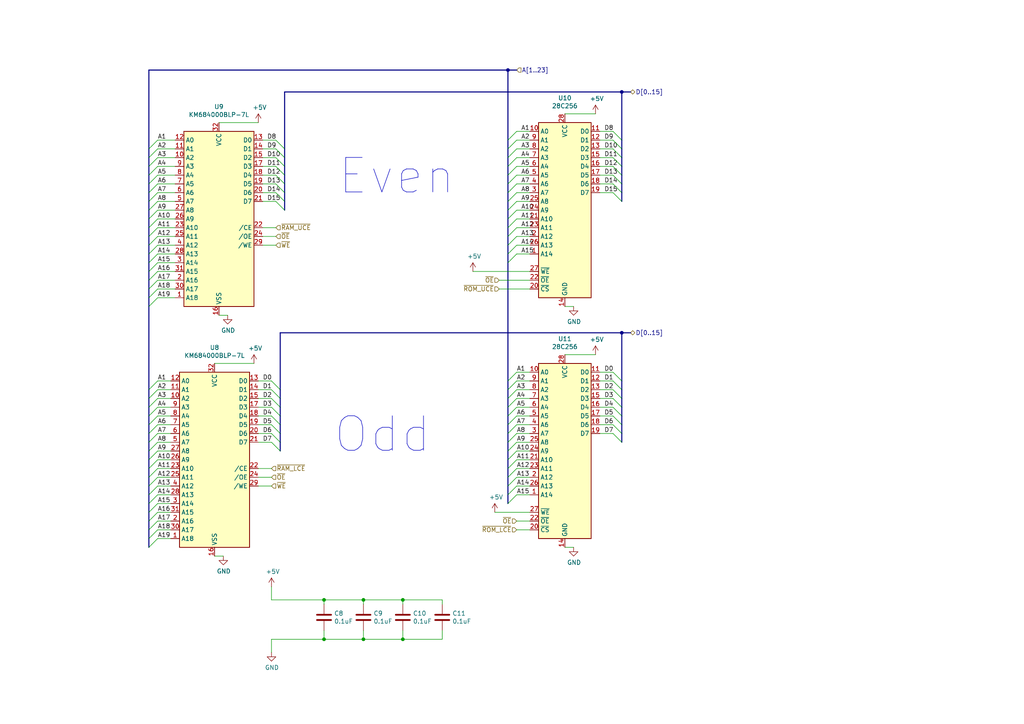
<source format=kicad_sch>
(kicad_sch (version 20211123) (generator eeschema)
  (paper "A4")
  (lib_symbols
    (symbol "Device:C" (pin_numbers hide) (pin_names (offset 0.254))
      (property "Reference" "C" (at 0.635 2.54 0))
      (property "Value" "C" (at 0.635 -2.54 0))
      (symbol "C_0_1"
        (polyline (pts (xy -2.032 -0.762) (xy 2.032 -0.762)) (stroke (width 0.508)))
        (polyline (pts (xy -2.032 0.762) (xy 2.032 0.762)) (stroke (width 0.508)))
      )
      (symbol "C_1_1"
        (pin passive line (at 0 3.81 270) (length 2.794) (name "~") (number "1"))
        (pin passive line (at 0 -3.81 90) (length 2.794) (name "~") (number "2"))
      )
    )
    (symbol "Memory_EEPROM:28C256"
      (property "Reference" "U" (at -7.62 26.67 0))
      (property "Value" "28C256" (at 2.54 -26.67 0))
      (symbol "28C256_1_1"
        (rectangle (start -7.62 25.4) (end 7.62 -25.4) (stroke (width 0.254)) (fill (type background)))
        (pin input line (at -10.16 -12.7 0) (length 2.54) (name "A14") (number "1"))
        (pin input line (at -10.16 22.86 0) (length 2.54) (name "A0") (number "10"))
        (pin tri_state line (at 10.16 22.86 180) (length 2.54) (name "D0") (number "11"))
        (pin tri_state line (at 10.16 20.32 180) (length 2.54) (name "D1") (number "12"))
        (pin tri_state line (at 10.16 17.78 180) (length 2.54) (name "D2") (number "13"))
        (pin power_in line (at 0 -27.94 90) (length 2.54) (name "GND") (number "14"))
        (pin tri_state line (at 10.16 15.24 180) (length 2.54) (name "D3") (number "15"))
        (pin tri_state line (at 10.16 12.7 180) (length 2.54) (name "D4") (number "16"))
        (pin tri_state line (at 10.16 10.16 180) (length 2.54) (name "D5") (number "17"))
        (pin tri_state line (at 10.16 7.62 180) (length 2.54) (name "D6") (number "18"))
        (pin tri_state line (at 10.16 5.08 180) (length 2.54) (name "D7") (number "19"))
        (pin input line (at -10.16 -7.62 0) (length 2.54) (name "A12") (number "2"))
        (pin input line (at -10.16 -22.86 0) (length 2.54) (name "~{CS}") (number "20"))
        (pin input line (at -10.16 -2.54 0) (length 2.54) (name "A10") (number "21"))
        (pin input line (at -10.16 -20.32 0) (length 2.54) (name "~{OE}") (number "22"))
        (pin input line (at -10.16 -5.08 0) (length 2.54) (name "A11") (number "23"))
        (pin input line (at -10.16 0 0) (length 2.54) (name "A9") (number "24"))
        (pin input line (at -10.16 2.54 0) (length 2.54) (name "A8") (number "25"))
        (pin input line (at -10.16 -10.16 0) (length 2.54) (name "A13") (number "26"))
        (pin input line (at -10.16 -17.78 0) (length 2.54) (name "~{WE}") (number "27"))
        (pin power_in line (at 0 27.94 270) (length 2.54) (name "VCC") (number "28"))
        (pin input line (at -10.16 5.08 0) (length 2.54) (name "A7") (number "3"))
        (pin input line (at -10.16 7.62 0) (length 2.54) (name "A6") (number "4"))
        (pin input line (at -10.16 10.16 0) (length 2.54) (name "A5") (number "5"))
        (pin input line (at -10.16 12.7 0) (length 2.54) (name "A4") (number "6"))
        (pin input line (at -10.16 15.24 0) (length 2.54) (name "A3") (number "7"))
        (pin input line (at -10.16 17.78 0) (length 2.54) (name "A2") (number "8"))
        (pin input line (at -10.16 20.32 0) (length 2.54) (name "A1") (number "9"))
      )
    )
    (symbol "custom:KM684000BLP-7L"
      (property "Reference" "U" (at -10.16 26.035 0))
      (property "Value" "KM684000BLP-7L" (at 2.54 26.035 0))
      (symbol "KM684000BLP-7L_0_0"
        (pin power_in line (at 0 -27.94 90) (length 2.54) (name "VSS") (number "16"))
        (pin power_in line (at 0 27.94 270) (length 2.54) (name "VCC") (number "32"))
      )
      (symbol "KM684000BLP-7L_0_1"
        (rectangle (start -10.16 25.4) (end 10.16 -25.4) (stroke (width 0.254)) (fill (type background)))
      )
      (symbol "KM684000BLP-7L_1_1"
        (pin input line (at -12.7 -22.86 0) (length 2.54) (name "A18") (number "1"))
        (pin input line (at -12.7 17.78 0) (length 2.54) (name "A2") (number "10"))
        (pin input line (at -12.7 20.32 0) (length 2.54) (name "A1") (number "11"))
        (pin input line (at -12.7 22.86 0) (length 2.54) (name "A0") (number "12"))
        (pin tri_state line (at 12.7 22.86 180) (length 2.54) (name "D0") (number "13"))
        (pin tri_state line (at 12.7 20.32 180) (length 2.54) (name "D1") (number "14"))
        (pin tri_state line (at 12.7 17.78 180) (length 2.54) (name "D2") (number "15"))
        (pin tri_state line (at 12.7 15.24 180) (length 2.54) (name "D3") (number "17"))
        (pin tri_state line (at 12.7 12.7 180) (length 2.54) (name "D4") (number "18"))
        (pin tri_state line (at 12.7 10.16 180) (length 2.54) (name "D5") (number "19"))
        (pin input line (at -12.7 -17.78 0) (length 2.54) (name "A16") (number "2"))
        (pin tri_state line (at 12.7 7.62 180) (length 2.54) (name "D6") (number "20"))
        (pin tri_state line (at 12.7 5.08 180) (length 2.54) (name "D7") (number "21"))
        (pin input line (at 12.7 -2.54 180) (length 2.54) (name "/CE") (number "22"))
        (pin input line (at -12.7 -2.54 0) (length 2.54) (name "A10") (number "23"))
        (pin input line (at 12.7 -5.08 180) (length 2.54) (name "/OE") (number "24"))
        (pin input line (at -12.7 -5.08 0) (length 2.54) (name "A11") (number "25"))
        (pin input line (at -12.7 0 0) (length 2.54) (name "A9") (number "26"))
        (pin input line (at -12.7 2.54 0) (length 2.54) (name "A8") (number "27"))
        (pin input line (at -12.7 -10.16 0) (length 2.54) (name "A13") (number "28"))
        (pin input line (at 12.7 -7.62 180) (length 2.54) (name "/WE") (number "29"))
        (pin input line (at -12.7 -12.7 0) (length 2.54) (name "A14") (number "3"))
        (pin input line (at -12.7 -20.32 0) (length 2.54) (name "A17") (number "30"))
        (pin input line (at -12.7 -15.24 0) (length 2.54) (name "A15") (number "31"))
        (pin input line (at -12.7 -7.62 0) (length 2.54) (name "A12") (number "4"))
        (pin input line (at -12.7 5.08 0) (length 2.54) (name "A7") (number "5"))
        (pin input line (at -12.7 7.62 0) (length 2.54) (name "A6") (number "6"))
        (pin input line (at -12.7 10.16 0) (length 2.54) (name "A5") (number "7"))
        (pin input line (at -12.7 12.7 0) (length 2.54) (name "A4") (number "8"))
        (pin input line (at -12.7 15.24 0) (length 2.54) (name "A3") (number "9"))
      )
    )
    (symbol "power:+5V" (power) (pin_names (offset 0))
      (property "Value" "+5V" (at 0 3.556 0))
      (symbol "+5V_0_1"
        (polyline (pts (xy -0.762 1.27) (xy 0 2.54)))
        (polyline (pts (xy 0 0) (xy 0 2.54)))
        (polyline (pts (xy 0 2.54) (xy 0.762 1.27)))
      )
      (symbol "+5V_1_1"
        (pin power_in line (at 0 0 90) (length 0) hide (name "+5V") (number "1"))
      )
    )
    (symbol "power:GND" (power) (pin_names (offset 0))
      (property "Value" "GND" (at 0 -3.81 0))
      (symbol "GND_0_1"
        (polyline (pts (xy 0 0) (xy 0 -1.27) (xy 1.27 -1.27) (xy 0 -2.54) (xy -1.27 -1.27) (xy 0 -1.27)))
      )
      (symbol "GND_1_1"
        (pin power_in line (at 0 0 270) (length 0) hide (name "GND") (number "1"))
      )
    )
  )
  (junction (at 180.34 96.52))
  (junction (at 180.34 26.67))
  (junction (at 116.84 185.42))
  (junction (at 93.98 185.42))
  (junction (at 105.41 185.42))
  (junction (at 116.84 173.99))
  (junction (at 147.32 20.32))
  (junction (at 105.41 173.99))
  (junction (at 93.98 173.99))
  (bus_entry (at 45.72 128.27) (size -2.54 2.54))
  (bus_entry (at 149.86 133.35) (size -2.54 2.54))
  (bus_entry (at 149.86 48.26) (size -2.54 2.54))
  (bus_entry (at 177.8 110.49) (size 2.54 2.54))
  (bus_entry (at 78.74 123.19) (size 2.54 2.54))
  (bus_entry (at 78.74 110.49) (size 2.54 2.54))
  (bus_entry (at 45.72 60.96) (size -2.54 2.54))
  (bus_entry (at 177.8 118.11) (size 2.54 2.54))
  (bus_entry (at 78.74 115.57) (size 2.54 2.54))
  (bus_entry (at 45.72 123.19) (size -2.54 2.54))
  (bus_entry (at 177.8 115.57) (size 2.54 2.54))
  (bus_entry (at 45.72 40.64) (size -2.54 2.54))
  (bus_entry (at 45.72 45.72) (size -2.54 2.54))
  (bus_entry (at 80.01 53.34) (size 2.54 2.54))
  (bus_entry (at 45.72 48.26) (size -2.54 2.54))
  (bus_entry (at 177.8 50.8) (size 2.54 2.54))
  (bus_entry (at 149.86 130.81) (size -2.54 2.54))
  (bus_entry (at 149.86 113.03) (size -2.54 2.54))
  (bus_entry (at 149.86 45.72) (size -2.54 2.54))
  (bus_entry (at 45.72 135.89) (size -2.54 2.54))
  (bus_entry (at 149.86 71.12) (size -2.54 2.54))
  (bus_entry (at 177.8 43.18) (size 2.54 2.54))
  (bus_entry (at 149.86 73.66) (size -2.54 2.54))
  (bus_entry (at 149.86 118.11) (size -2.54 2.54))
  (bus_entry (at 45.72 153.67) (size -2.54 2.54))
  (bus_entry (at 149.86 55.88) (size -2.54 2.54))
  (bus_entry (at 149.86 128.27) (size -2.54 2.54))
  (bus_entry (at 149.86 38.1) (size -2.54 2.54))
  (bus_entry (at 149.86 135.89) (size -2.54 2.54))
  (bus_entry (at 45.72 73.66) (size -2.54 2.54))
  (bus_entry (at 80.01 58.42) (size 2.54 2.54))
  (bus_entry (at 80.01 50.8) (size 2.54 2.54))
  (bus_entry (at 45.72 115.57) (size -2.54 2.54))
  (bus_entry (at 78.74 120.65) (size 2.54 2.54))
  (bus_entry (at 80.01 43.18) (size 2.54 2.54))
  (bus_entry (at 177.8 38.1) (size 2.54 2.54))
  (bus_entry (at 45.72 125.73) (size -2.54 2.54))
  (bus_entry (at 45.72 120.65) (size -2.54 2.54))
  (bus_entry (at 149.86 140.97) (size -2.54 2.54))
  (bus_entry (at 149.86 63.5) (size -2.54 2.54))
  (bus_entry (at 177.8 40.64) (size 2.54 2.54))
  (bus_entry (at 45.72 55.88) (size -2.54 2.54))
  (bus_entry (at 45.72 68.58) (size -2.54 2.54))
  (bus_entry (at 149.86 58.42) (size -2.54 2.54))
  (bus_entry (at 45.72 130.81) (size -2.54 2.54))
  (bus_entry (at 177.8 113.03) (size 2.54 2.54))
  (bus_entry (at 80.01 40.64) (size 2.54 2.54))
  (bus_entry (at 149.86 43.18) (size -2.54 2.54))
  (bus_entry (at 45.72 53.34) (size -2.54 2.54))
  (bus_entry (at 149.86 143.51) (size -2.54 2.54))
  (bus_entry (at 149.86 123.19) (size -2.54 2.54))
  (bus_entry (at 80.01 55.88) (size 2.54 2.54))
  (bus_entry (at 177.8 125.73) (size 2.54 2.54))
  (bus_entry (at 45.72 133.35) (size -2.54 2.54))
  (bus_entry (at 149.86 53.34) (size -2.54 2.54))
  (bus_entry (at 149.86 50.8) (size -2.54 2.54))
  (bus_entry (at 177.8 45.72) (size 2.54 2.54))
  (bus_entry (at 149.86 110.49) (size -2.54 2.54))
  (bus_entry (at 45.72 146.05) (size -2.54 2.54))
  (bus_entry (at 45.72 78.74) (size -2.54 2.54))
  (bus_entry (at 78.74 118.11) (size 2.54 2.54))
  (bus_entry (at 45.72 138.43) (size -2.54 2.54))
  (bus_entry (at 45.72 66.04) (size -2.54 2.54))
  (bus_entry (at 149.86 125.73) (size -2.54 2.54))
  (bus_entry (at 149.86 68.58) (size -2.54 2.54))
  (bus_entry (at 45.72 110.49) (size -2.54 2.54))
  (bus_entry (at 78.74 113.03) (size 2.54 2.54))
  (bus_entry (at 149.86 138.43) (size -2.54 2.54))
  (bus_entry (at 45.72 76.2) (size -2.54 2.54))
  (bus_entry (at 45.72 151.13) (size -2.54 2.54))
  (bus_entry (at 45.72 118.11) (size -2.54 2.54))
  (bus_entry (at 177.8 55.88) (size 2.54 2.54))
  (bus_entry (at 78.74 128.27) (size 2.54 2.54))
  (bus_entry (at 45.72 83.82) (size -2.54 2.54))
  (bus_entry (at 149.86 60.96) (size -2.54 2.54))
  (bus_entry (at 45.72 71.12) (size -2.54 2.54))
  (bus_entry (at 45.72 148.59) (size -2.54 2.54))
  (bus_entry (at 45.72 143.51) (size -2.54 2.54))
  (bus_entry (at 177.8 48.26) (size 2.54 2.54))
  (bus_entry (at 45.72 58.42) (size -2.54 2.54))
  (bus_entry (at 45.72 140.97) (size -2.54 2.54))
  (bus_entry (at 177.8 123.19) (size 2.54 2.54))
  (bus_entry (at 80.01 45.72) (size 2.54 2.54))
  (bus_entry (at 149.86 115.57) (size -2.54 2.54))
  (bus_entry (at 177.8 120.65) (size 2.54 2.54))
  (bus_entry (at 45.72 63.5) (size -2.54 2.54))
  (bus_entry (at 149.86 66.04) (size -2.54 2.54))
  (bus_entry (at 45.72 43.18) (size -2.54 2.54))
  (bus_entry (at 149.86 120.65) (size -2.54 2.54))
  (bus_entry (at 45.72 86.36) (size -2.54 2.54))
  (bus_entry (at 149.86 107.95) (size -2.54 2.54))
  (bus_entry (at 177.8 107.95) (size 2.54 2.54))
  (bus_entry (at 78.74 125.73) (size 2.54 2.54))
  (bus_entry (at 177.8 53.34) (size 2.54 2.54))
  (bus_entry (at 45.72 156.21) (size -2.54 2.54))
  (bus_entry (at 45.72 81.28) (size -2.54 2.54))
  (bus_entry (at 149.86 40.64) (size -2.54 2.54))
  (bus_entry (at 80.01 48.26) (size 2.54 2.54))
  (bus_entry (at 45.72 50.8) (size -2.54 2.54))
  (bus_entry (at 45.72 113.03) (size -2.54 2.54))
  (wire (pts (xy 116.84 182.88) (xy 116.84 185.42)))
  (wire (pts (xy 93.98 185.42) (xy 105.41 185.42)))
  (wire (pts (xy 49.53 113.03) (xy 45.72 113.03)))
  (bus (pts (xy 43.18 148.59) (xy 43.18 151.13)))
  (bus (pts (xy 82.55 45.72) (xy 82.55 48.26)))
  (wire (pts (xy 173.99 53.34) (xy 177.8 53.34)))
  (bus (pts (xy 147.32 113.03) (xy 147.32 115.57)))
  (wire (pts (xy 76.2 48.26) (xy 80.01 48.26)))
  (wire (pts (xy 63.5 91.44) (xy 66.04 91.44)))
  (bus (pts (xy 147.32 58.42) (xy 147.32 60.96)))
  (wire (pts (xy 173.99 55.88) (xy 177.8 55.88)))
  (bus (pts (xy 180.34 40.64) (xy 180.34 43.18)))
  (wire (pts (xy 76.2 53.34) (xy 80.01 53.34)))
  (bus (pts (xy 43.18 138.43) (xy 43.18 140.97)))
  (wire (pts (xy 49.53 140.97) (xy 45.72 140.97)))
  (wire (pts (xy 173.99 118.11) (xy 177.8 118.11)))
  (wire (pts (xy 49.53 138.43) (xy 45.72 138.43)))
  (bus (pts (xy 147.32 55.88) (xy 147.32 58.42)))
  (wire (pts (xy 128.27 175.26) (xy 128.27 173.99)))
  (wire (pts (xy 153.67 113.03) (xy 149.86 113.03)))
  (bus (pts (xy 147.32 120.65) (xy 147.32 123.19)))
  (wire (pts (xy 153.67 38.1) (xy 149.86 38.1)))
  (wire (pts (xy 153.67 128.27) (xy 149.86 128.27)))
  (wire (pts (xy 76.2 58.42) (xy 80.01 58.42)))
  (wire (pts (xy 153.67 138.43) (xy 149.86 138.43)))
  (wire (pts (xy 45.72 45.72) (xy 50.8 45.72)))
  (wire (pts (xy 78.74 185.42) (xy 93.98 185.42)))
  (wire (pts (xy 74.93 110.49) (xy 78.74 110.49)))
  (bus (pts (xy 81.28 96.52) (xy 81.28 113.03)))
  (wire (pts (xy 45.72 66.04) (xy 50.8 66.04)))
  (bus (pts (xy 43.18 50.8) (xy 43.18 53.34)))
  (bus (pts (xy 180.34 125.73) (xy 180.34 128.27)))
  (wire (pts (xy 153.67 118.11) (xy 149.86 118.11)))
  (bus (pts (xy 147.32 53.34) (xy 147.32 55.88)))
  (bus (pts (xy 147.32 60.96) (xy 147.32 63.5)))
  (bus (pts (xy 43.18 71.12) (xy 43.18 73.66)))
  (wire (pts (xy 153.67 107.95) (xy 149.86 107.95)))
  (wire (pts (xy 45.72 48.26) (xy 50.8 48.26)))
  (wire (pts (xy 173.99 107.95) (xy 177.8 107.95)))
  (wire (pts (xy 74.93 118.11) (xy 78.74 118.11)))
  (bus (pts (xy 43.18 53.34) (xy 43.18 55.88)))
  (wire (pts (xy 49.53 120.65) (xy 45.72 120.65)))
  (wire (pts (xy 45.72 60.96) (xy 50.8 60.96)))
  (bus (pts (xy 180.34 123.19) (xy 180.34 125.73)))
  (bus (pts (xy 147.32 45.72) (xy 147.32 48.26)))
  (bus (pts (xy 147.32 110.49) (xy 147.32 113.03)))
  (wire (pts (xy 153.67 48.26) (xy 149.86 48.26)))
  (wire (pts (xy 116.84 173.99) (xy 128.27 173.99)))
  (wire (pts (xy 62.23 161.29) (xy 64.77 161.29)))
  (wire (pts (xy 153.67 71.12) (xy 149.86 71.12)))
  (bus (pts (xy 43.18 58.42) (xy 43.18 60.96)))
  (wire (pts (xy 45.72 83.82) (xy 50.8 83.82)))
  (wire (pts (xy 153.67 55.88) (xy 149.86 55.88)))
  (wire (pts (xy 153.67 151.13) (xy 149.86 151.13)))
  (wire (pts (xy 153.67 130.81) (xy 149.86 130.81)))
  (wire (pts (xy 76.2 68.58) (xy 80.01 68.58)))
  (bus (pts (xy 180.34 26.67) (xy 82.55 26.67)))
  (bus (pts (xy 43.18 123.19) (xy 43.18 125.73)))
  (wire (pts (xy 45.72 68.58) (xy 50.8 68.58)))
  (wire (pts (xy 163.83 88.9) (xy 166.37 88.9)))
  (wire (pts (xy 49.53 125.73) (xy 45.72 125.73)))
  (wire (pts (xy 173.99 115.57) (xy 177.8 115.57)))
  (bus (pts (xy 147.32 40.64) (xy 147.32 43.18)))
  (wire (pts (xy 153.67 110.49) (xy 149.86 110.49)))
  (bus (pts (xy 180.34 96.52) (xy 182.88 96.52)))
  (bus (pts (xy 43.18 133.35) (xy 43.18 135.89)))
  (bus (pts (xy 147.32 138.43) (xy 147.32 140.97)))
  (wire (pts (xy 173.99 113.03) (xy 177.8 113.03)))
  (bus (pts (xy 43.18 60.96) (xy 43.18 63.5)))
  (bus (pts (xy 43.18 45.72) (xy 43.18 48.26)))
  (wire (pts (xy 45.72 78.74) (xy 50.8 78.74)))
  (wire (pts (xy 172.72 102.87) (xy 163.83 102.87)))
  (wire (pts (xy 45.72 73.66) (xy 50.8 73.66)))
  (bus (pts (xy 180.34 96.52) (xy 81.28 96.52)))
  (bus (pts (xy 147.32 128.27) (xy 147.32 130.81)))
  (bus (pts (xy 180.34 26.67) (xy 180.34 40.64)))
  (bus (pts (xy 147.32 68.58) (xy 147.32 71.12)))
  (wire (pts (xy 78.74 170.18) (xy 78.74 173.99)))
  (bus (pts (xy 43.18 120.65) (xy 43.18 123.19)))
  (wire (pts (xy 74.93 138.43) (xy 78.74 138.43)))
  (wire (pts (xy 143.51 148.59) (xy 153.67 148.59)))
  (wire (pts (xy 153.67 40.64) (xy 149.86 40.64)))
  (wire (pts (xy 78.74 185.42) (xy 78.74 189.23)))
  (wire (pts (xy 74.93 125.73) (xy 78.74 125.73)))
  (wire (pts (xy 153.67 153.67) (xy 149.86 153.67)))
  (wire (pts (xy 105.41 185.42) (xy 116.84 185.42)))
  (bus (pts (xy 81.28 120.65) (xy 81.28 123.19)))
  (wire (pts (xy 76.2 50.8) (xy 80.01 50.8)))
  (wire (pts (xy 76.2 66.04) (xy 80.01 66.04)))
  (wire (pts (xy 45.72 53.34) (xy 50.8 53.34)))
  (wire (pts (xy 45.72 76.2) (xy 50.8 76.2)))
  (wire (pts (xy 173.99 48.26) (xy 177.8 48.26)))
  (bus (pts (xy 82.55 53.34) (xy 82.55 55.88)))
  (bus (pts (xy 147.32 20.32) (xy 147.32 40.64)))
  (wire (pts (xy 49.53 110.49) (xy 45.72 110.49)))
  (wire (pts (xy 49.53 146.05) (xy 45.72 146.05)))
  (bus (pts (xy 147.32 143.51) (xy 147.32 146.05)))
  (wire (pts (xy 153.67 63.5) (xy 149.86 63.5)))
  (bus (pts (xy 147.32 43.18) (xy 147.32 45.72)))
  (wire (pts (xy 76.2 40.64) (xy 80.01 40.64)))
  (wire (pts (xy 173.99 50.8) (xy 177.8 50.8)))
  (bus (pts (xy 147.32 63.5) (xy 147.32 66.04)))
  (wire (pts (xy 153.67 140.97) (xy 149.86 140.97)))
  (wire (pts (xy 45.72 43.18) (xy 50.8 43.18)))
  (bus (pts (xy 43.18 88.9) (xy 43.18 113.03)))
  (wire (pts (xy 128.27 182.88) (xy 128.27 185.42)))
  (bus (pts (xy 147.32 115.57) (xy 147.32 118.11)))
  (wire (pts (xy 153.67 58.42) (xy 149.86 58.42)))
  (bus (pts (xy 147.32 125.73) (xy 147.32 128.27)))
  (bus (pts (xy 180.34 45.72) (xy 180.34 48.26)))
  (bus (pts (xy 180.34 43.18) (xy 180.34 45.72)))
  (bus (pts (xy 43.18 78.74) (xy 43.18 81.28)))
  (bus (pts (xy 147.32 20.32) (xy 149.86 20.32)))
  (bus (pts (xy 43.18 81.28) (xy 43.18 83.82)))
  (bus (pts (xy 43.18 55.88) (xy 43.18 58.42)))
  (wire (pts (xy 45.72 58.42) (xy 50.8 58.42)))
  (wire (pts (xy 105.41 175.26) (xy 105.41 173.99)))
  (wire (pts (xy 45.72 40.64) (xy 50.8 40.64)))
  (bus (pts (xy 147.32 135.89) (xy 147.32 138.43)))
  (bus (pts (xy 43.18 20.32) (xy 43.18 43.18)))
  (bus (pts (xy 81.28 118.11) (xy 81.28 120.65)))
  (wire (pts (xy 49.53 115.57) (xy 45.72 115.57)))
  (wire (pts (xy 74.93 113.03) (xy 78.74 113.03)))
  (wire (pts (xy 153.67 120.65) (xy 149.86 120.65)))
  (wire (pts (xy 173.99 40.64) (xy 177.8 40.64)))
  (wire (pts (xy 76.2 45.72) (xy 80.01 45.72)))
  (wire (pts (xy 173.99 120.65) (xy 177.8 120.65)))
  (wire (pts (xy 144.78 81.28) (xy 153.67 81.28)))
  (bus (pts (xy 43.18 140.97) (xy 43.18 143.51)))
  (bus (pts (xy 43.18 146.05) (xy 43.18 148.59)))
  (bus (pts (xy 147.32 20.32) (xy 43.18 20.32)))
  (wire (pts (xy 45.72 50.8) (xy 50.8 50.8)))
  (wire (pts (xy 76.2 71.12) (xy 80.01 71.12)))
  (wire (pts (xy 116.84 185.42) (xy 128.27 185.42)))
  (wire (pts (xy 76.2 43.18) (xy 80.01 43.18)))
  (wire (pts (xy 137.16 78.74) (xy 153.67 78.74)))
  (bus (pts (xy 81.28 125.73) (xy 81.28 128.27)))
  (wire (pts (xy 74.93 135.89) (xy 78.74 135.89)))
  (wire (pts (xy 74.93 123.19) (xy 78.74 123.19)))
  (bus (pts (xy 43.18 83.82) (xy 43.18 86.36)))
  (bus (pts (xy 82.55 55.88) (xy 82.55 58.42)))
  (bus (pts (xy 43.18 118.11) (xy 43.18 120.65)))
  (wire (pts (xy 153.67 123.19) (xy 149.86 123.19)))
  (bus (pts (xy 180.34 48.26) (xy 180.34 50.8)))
  (wire (pts (xy 105.41 182.88) (xy 105.41 185.42)))
  (bus (pts (xy 43.18 76.2) (xy 43.18 78.74)))
  (wire (pts (xy 49.53 148.59) (xy 45.72 148.59)))
  (wire (pts (xy 153.67 43.18) (xy 149.86 43.18)))
  (bus (pts (xy 82.55 48.26) (xy 82.55 50.8)))
  (wire (pts (xy 45.72 55.88) (xy 50.8 55.88)))
  (wire (pts (xy 173.99 123.19) (xy 177.8 123.19)))
  (bus (pts (xy 81.28 123.19) (xy 81.28 125.73)))
  (bus (pts (xy 147.32 130.81) (xy 147.32 133.35)))
  (wire (pts (xy 153.67 125.73) (xy 149.86 125.73)))
  (wire (pts (xy 49.53 130.81) (xy 45.72 130.81)))
  (wire (pts (xy 74.93 35.56) (xy 63.5 35.56)))
  (wire (pts (xy 144.78 83.82) (xy 153.67 83.82)))
  (wire (pts (xy 74.93 115.57) (xy 78.74 115.57)))
  (bus (pts (xy 81.28 128.27) (xy 81.28 130.81)))
  (wire (pts (xy 163.83 158.75) (xy 166.37 158.75)))
  (wire (pts (xy 49.53 123.19) (xy 45.72 123.19)))
  (bus (pts (xy 147.32 133.35) (xy 147.32 135.89)))
  (bus (pts (xy 82.55 43.18) (xy 82.55 45.72)))
  (bus (pts (xy 180.34 96.52) (xy 180.34 110.49)))
  (wire (pts (xy 73.66 105.41) (xy 62.23 105.41)))
  (wire (pts (xy 116.84 175.26) (xy 116.84 173.99)))
  (bus (pts (xy 82.55 50.8) (xy 82.55 53.34)))
  (wire (pts (xy 153.67 60.96) (xy 149.86 60.96)))
  (bus (pts (xy 82.55 58.42) (xy 82.55 60.96)))
  (bus (pts (xy 43.18 128.27) (xy 43.18 130.81)))
  (bus (pts (xy 43.18 113.03) (xy 43.18 115.57)))
  (wire (pts (xy 153.67 135.89) (xy 149.86 135.89)))
  (wire (pts (xy 105.41 173.99) (xy 116.84 173.99)))
  (bus (pts (xy 180.34 53.34) (xy 180.34 55.88)))
  (wire (pts (xy 153.67 115.57) (xy 149.86 115.57)))
  (bus (pts (xy 43.18 43.18) (xy 43.18 45.72)))
  (bus (pts (xy 43.18 73.66) (xy 43.18 76.2)))
  (wire (pts (xy 45.72 86.36) (xy 50.8 86.36)))
  (wire (pts (xy 93.98 182.88) (xy 93.98 185.42)))
  (bus (pts (xy 43.18 115.57) (xy 43.18 118.11)))
  (wire (pts (xy 49.53 118.11) (xy 45.72 118.11)))
  (bus (pts (xy 82.55 26.67) (xy 82.55 43.18)))
  (bus (pts (xy 180.34 110.49) (xy 180.34 113.03)))
  (wire (pts (xy 74.93 120.65) (xy 78.74 120.65)))
  (wire (pts (xy 173.99 43.18) (xy 177.8 43.18)))
  (bus (pts (xy 147.32 118.11) (xy 147.32 120.65)))
  (wire (pts (xy 49.53 128.27) (xy 45.72 128.27)))
  (bus (pts (xy 43.18 156.21) (xy 43.18 158.75)))
  (bus (pts (xy 43.18 125.73) (xy 43.18 128.27)))
  (bus (pts (xy 43.18 68.58) (xy 43.18 71.12)))
  (wire (pts (xy 74.93 128.27) (xy 78.74 128.27)))
  (wire (pts (xy 49.53 133.35) (xy 45.72 133.35)))
  (wire (pts (xy 49.53 143.51) (xy 45.72 143.51)))
  (wire (pts (xy 45.72 63.5) (xy 50.8 63.5)))
  (bus (pts (xy 43.18 63.5) (xy 43.18 66.04)))
  (bus (pts (xy 81.28 115.57) (xy 81.28 118.11)))
  (bus (pts (xy 147.32 48.26) (xy 147.32 50.8)))
  (wire (pts (xy 153.67 50.8) (xy 149.86 50.8)))
  (wire (pts (xy 49.53 135.89) (xy 45.72 135.89)))
  (bus (pts (xy 43.18 86.36) (xy 43.18 88.9)))
  (bus (pts (xy 180.34 120.65) (xy 180.34 123.19)))
  (bus (pts (xy 43.18 153.67) (xy 43.18 156.21)))
  (wire (pts (xy 153.67 53.34) (xy 149.86 53.34)))
  (bus (pts (xy 147.32 73.66) (xy 147.32 76.2)))
  (wire (pts (xy 173.99 38.1) (xy 177.8 38.1)))
  (wire (pts (xy 153.67 143.51) (xy 149.86 143.51)))
  (wire (pts (xy 49.53 151.13) (xy 45.72 151.13)))
  (bus (pts (xy 43.18 151.13) (xy 43.18 153.67)))
  (bus (pts (xy 43.18 66.04) (xy 43.18 68.58)))
  (wire (pts (xy 93.98 173.99) (xy 105.41 173.99)))
  (wire (pts (xy 153.67 68.58) (xy 149.86 68.58)))
  (wire (pts (xy 74.93 140.97) (xy 78.74 140.97)))
  (bus (pts (xy 180.34 113.03) (xy 180.34 115.57)))
  (wire (pts (xy 78.74 173.99) (xy 93.98 173.99)))
  (bus (pts (xy 180.34 26.67) (xy 182.88 26.67)))
  (bus (pts (xy 81.28 113.03) (xy 81.28 115.57)))
  (wire (pts (xy 49.53 153.67) (xy 45.72 153.67)))
  (bus (pts (xy 180.34 115.57) (xy 180.34 118.11)))
  (wire (pts (xy 153.67 45.72) (xy 149.86 45.72)))
  (bus (pts (xy 43.18 48.26) (xy 43.18 50.8)))
  (wire (pts (xy 173.99 125.73) (xy 177.8 125.73)))
  (wire (pts (xy 45.72 81.28) (xy 50.8 81.28)))
  (wire (pts (xy 153.67 73.66) (xy 149.86 73.66)))
  (wire (pts (xy 172.72 33.02) (xy 163.83 33.02)))
  (bus (pts (xy 147.32 140.97) (xy 147.32 143.51)))
  (bus (pts (xy 180.34 118.11) (xy 180.34 120.65)))
  (bus (pts (xy 147.32 76.2) (xy 147.32 110.49)))
  (wire (pts (xy 45.72 71.12) (xy 50.8 71.12)))
  (bus (pts (xy 180.34 55.88) (xy 180.34 58.42)))
  (bus (pts (xy 180.34 50.8) (xy 180.34 53.34)))
  (bus (pts (xy 147.32 71.12) (xy 147.32 73.66)))
  (wire (pts (xy 173.99 45.72) (xy 177.8 45.72)))
  (wire (pts (xy 76.2 55.88) (xy 80.01 55.88)))
  (wire (pts (xy 153.67 66.04) (xy 149.86 66.04)))
  (bus (pts (xy 43.18 135.89) (xy 43.18 138.43)))
  (wire (pts (xy 153.67 133.35) (xy 149.86 133.35)))
  (wire (pts (xy 93.98 175.26) (xy 93.98 173.99)))
  (bus (pts (xy 43.18 143.51) (xy 43.18 146.05)))
  (bus (pts (xy 147.32 50.8) (xy 147.32 53.34)))
  (wire (pts (xy 173.99 110.49) (xy 177.8 110.49)))
  (bus (pts (xy 147.32 123.19) (xy 147.32 125.73)))
  (bus (pts (xy 43.18 130.81) (xy 43.18 133.35)))
  (bus (pts (xy 147.32 66.04) (xy 147.32 68.58)))
  (wire (pts (xy 49.53 156.21) (xy 45.72 156.21)))
  (text "Even" (at 97.79 57.15 0) (effects (font (size 10.0076 10.0076)) (justify left bottom)))
  (text "Odd" (at 96.52 132.08 0) (effects (font (size 10.0076 10.0076)) (justify left bottom)))
  (label "A14" (at 45.72 73.66 0))
  (label "D6" (at 76.2 125.73 0))
  (label "A3" (at 45.72 115.57 0))
  (label "D11" (at 175.26 45.72 0))
  (label "A8" (at 151.13 55.88 0))
  (label "A13" (at 45.72 71.12 0))
  (label "D3" (at 76.2 118.11 0))
  (label "A11" (at 45.72 135.89 0))
  (label "D14" (at 175.26 53.34 0))
  (label "A14" (at 45.72 143.51 0))
  (label "D1" (at 175.26 110.49 0))
  (label "A18" (at 45.72 153.67 0))
  (label "D1" (at 76.2 113.03 0))
  (label "A6" (at 45.72 53.34 0))
  (label "A2" (at 45.72 113.03 0))
  (label "A2" (at 45.72 43.18 0))
  (label "A7" (at 149.86 123.19 0))
  (label "A12" (at 45.72 68.58 0))
  (label "D0" (at 76.2 110.49 0))
  (label "D10" (at 175.26 43.18 0))
  (label "A10" (at 45.72 133.35 0))
  (label "A9" (at 45.72 60.96 0))
  (label "A1" (at 45.72 110.49 0))
  (label "A14" (at 149.86 140.97 0))
  (label "A11" (at 45.72 66.04 0))
  (label "A4" (at 149.86 115.57 0))
  (label "A1" (at 151.13 38.1 0))
  (label "A11" (at 149.86 133.35 0))
  (label "A15" (at 151.13 73.66 0))
  (label "A13" (at 45.72 140.97 0))
  (label "D7" (at 175.26 125.73 0))
  (label "A17" (at 45.72 151.13 0))
  (label "D3" (at 175.26 115.57 0))
  (label "D13" (at 77.47 53.34 0))
  (label "A12" (at 151.13 66.04 0))
  (label "A19" (at 45.72 86.36 0))
  (label "A12" (at 45.72 138.43 0))
  (label "A8" (at 45.72 128.27 0))
  (label "A9" (at 151.13 58.42 0))
  (label "A13" (at 151.13 68.58 0))
  (label "A6" (at 151.13 50.8 0))
  (label "A10" (at 151.13 60.96 0))
  (label "A7" (at 45.72 125.73 0))
  (label "A12" (at 149.86 135.89 0))
  (label "A14" (at 151.13 71.12 0))
  (label "A16" (at 45.72 78.74 0))
  (label "A4" (at 45.72 118.11 0))
  (label "A8" (at 45.72 58.42 0))
  (label "A19" (at 45.72 156.21 0))
  (label "A15" (at 45.72 146.05 0))
  (label "A5" (at 151.13 48.26 0))
  (label "D8" (at 175.26 38.1 0))
  (label "A7" (at 45.72 55.88 0))
  (label "D2" (at 175.26 113.03 0))
  (label "A6" (at 45.72 123.19 0))
  (label "A18" (at 45.72 83.82 0))
  (label "A15" (at 149.86 143.51 0))
  (label "D15" (at 175.26 55.88 0))
  (label "D9" (at 175.26 40.64 0))
  (label "A11" (at 151.13 63.5 0))
  (label "D14" (at 77.47 55.88 0))
  (label "A5" (at 45.72 120.65 0))
  (label "D2" (at 76.2 115.57 0))
  (label "A3" (at 151.13 43.18 0))
  (label "D6" (at 175.26 123.19 0))
  (label "D4" (at 76.2 120.65 0))
  (label "A9" (at 45.72 130.81 0))
  (label "D15" (at 77.47 58.42 0))
  (label "D12" (at 77.47 50.8 0))
  (label "A10" (at 149.86 130.81 0))
  (label "A8" (at 149.86 125.73 0))
  (label "D5" (at 175.26 120.65 0))
  (label "A5" (at 45.72 50.8 0))
  (label "A16" (at 45.72 148.59 0))
  (label "A6" (at 149.86 120.65 0))
  (label "A9" (at 149.86 128.27 0))
  (label "A15" (at 45.72 76.2 0))
  (label "A4" (at 151.13 45.72 0))
  (label "D0" (at 175.26 107.95 0))
  (label "D11" (at 77.47 48.26 0))
  (label "D7" (at 76.2 128.27 0))
  (label "A1" (at 149.86 107.95 0))
  (label "A13" (at 149.86 138.43 0))
  (label "A4" (at 45.72 48.26 0))
  (label "A3" (at 149.86 113.03 0))
  (label "D9" (at 77.47 43.18 0))
  (label "D8" (at 77.47 40.64 0))
  (label "A1" (at 45.72 40.64 0))
  (label "D12" (at 175.26 48.26 0))
  (label "A3" (at 45.72 45.72 0))
  (label "A7" (at 151.13 53.34 0))
  (label "A2" (at 149.86 110.49 0))
  (label "A10" (at 45.72 63.5 0))
  (label "D10" (at 77.47 45.72 0))
  (label "A5" (at 149.86 118.11 0))
  (label "A17" (at 45.72 81.28 0))
  (label "D5" (at 76.2 123.19 0))
  (label "D13" (at 175.26 50.8 0))
  (label "D4" (at 175.26 118.11 0))
  (label "A2" (at 151.13 40.64 0))
  (hierarchical_label "~{WE}" (shape input) (at 78.74 140.97 0))
  (hierarchical_label "~{ROM_UCE}" (shape input) (at 144.78 83.82 180))
  (hierarchical_label "D[0..15]" (shape bidirectional) (at 182.88 26.67 0))
  (hierarchical_label "D[0..15]" (shape bidirectional) (at 182.88 96.52 0))
  (hierarchical_label "~{OE}" (shape input) (at 149.86 151.13 180))
  (hierarchical_label "~{ROM_LCE}" (shape input) (at 149.86 153.67 180))
  (hierarchical_label "A[1..23]" (shape input) (at 149.86 20.32 0))
  (hierarchical_label "~{OE}" (shape input) (at 78.74 138.43 0))
  (hierarchical_label "~{OE}" (shape input) (at 80.01 68.58 0))
  (hierarchical_label "~{RAM_LCE}" (shape input) (at 78.74 135.89 0))
  (hierarchical_label "~{RAM_UCE}" (shape input) (at 80.01 66.04 0))
  (hierarchical_label "~{OE}" (shape input) (at 144.78 81.28 180))
  (hierarchical_label "~{WE}" (shape input) (at 80.01 71.12 0))
  (symbol (lib_id "custom:KM684000BLP-7L") (at 63.5 63.5 0) (unit 1)
    (property "Reference" "U9" (at 63.5 30.9626 0))
    (property "Value" "KM684000BLP-7L" (at 63.5 33.274 0))
    (property "Footprint" "Package_DIP:DIP-32_W15.24mm_Socket_LongPads" (effects hide))
    (property "Datasheet" "https://pdf1.alldatasheet.com/datasheet-pdf/view/37316/SAMSUNG/KM684000BLP-7L/+25_2JUOYlSuOpdxSw.wYvzMXdxLb+/datasheet.pdf" (effects hide))
  )
  (symbol (lib_id "custom:KM684000BLP-7L") (at 62.23 133.35 0) (unit 1)
    (property "Reference" "U8" (at 62.23 100.8126 0))
    (property "Value" "KM684000BLP-7L" (at 62.23 103.124 0))
    (property "Footprint" "Package_DIP:DIP-32_W15.24mm_Socket_LongPads" (effects hide))
    (property "Datasheet" "https://pdf1.alldatasheet.com/datasheet-pdf/view/37316/SAMSUNG/KM684000BLP-7L/+25_2JUOYlSuOpdxSw.wYvzMXdxLb+/datasheet.pdf" (effects hide))
  )
  (symbol (lib_id "Memory_EEPROM:28C256") (at 163.83 60.96 0) (unit 1)
    (property "Reference" "U10" (at 163.83 28.4226 0))
    (property "Value" "28C256" (at 163.83 30.734 0))
    (property "Footprint" "Package_DIP:DIP-28_W15.24mm_Socket_LongPads" (effects hide))
    (property "Datasheet" "http://ww1.microchip.com/downloads/en/DeviceDoc/doc0006.pdf" (effects hide))
  )
  (symbol (lib_id "Memory_EEPROM:28C256") (at 163.83 130.81 0) (unit 1)
    (property "Reference" "U11" (at 163.83 98.2726 0))
    (property "Value" "28C256" (at 163.83 100.584 0))
    (property "Footprint" "Package_DIP:DIP-28_W15.24mm_Socket_LongPads" (effects hide))
    (property "Datasheet" "http://ww1.microchip.com/downloads/en/DeviceDoc/doc0006.pdf" (effects hide))
  )
  (symbol (lib_id "Device:C") (at 93.98 179.07 0) (unit 1)
    (property "Reference" "C8" (at 96.901 177.9016 0) (effects (justify left)))
    (property "Value" "0.1uF" (at 96.901 180.213 0) (effects (justify left)))
    (property "Footprint" "Capacitor_SMD:C_1206_3216Metric_Pad1.33x1.80mm_HandSolder" (effects hide))
    (property "LCSC" "C24497" (effects hide))
  )
  (symbol (lib_id "power:GND") (at 78.74 189.23 0) (unit 1)
    (property "Reference" "#PWR041" (effects hide))
    (property "Value" "GND" (at 78.867 193.6242 0))
  )
  (symbol (lib_id "power:+5V") (at 78.74 170.18 0) (unit 1)
    (property "Reference" "#PWR040" (effects hide))
    (property "Value" "+5V" (at 79.121 165.7858 0))
  )
  (symbol (lib_id "Device:C") (at 105.41 179.07 0) (unit 1)
    (property "Reference" "C9" (at 108.331 177.9016 0) (effects (justify left)))
    (property "Value" "0.1uF" (at 108.331 180.213 0) (effects (justify left)))
    (property "Footprint" "Capacitor_SMD:C_1206_3216Metric_Pad1.33x1.80mm_HandSolder" (effects hide))
    (property "LCSC" "C24497" (effects hide))
  )
  (symbol (lib_id "Device:C") (at 116.84 179.07 0) (unit 1)
    (property "Reference" "C10" (at 119.761 177.9016 0) (effects (justify left)))
    (property "Value" "0.1uF" (at 119.761 180.213 0) (effects (justify left)))
    (property "Footprint" "Capacitor_SMD:C_1206_3216Metric_Pad1.33x1.80mm_HandSolder" (effects hide))
    (property "LCSC" "C24497" (effects hide))
  )
  (symbol (lib_id "Device:C") (at 128.27 179.07 0) (unit 1)
    (property "Reference" "C11" (at 131.191 177.9016 0) (effects (justify left)))
    (property "Value" "0.1uF" (at 131.191 180.213 0) (effects (justify left)))
    (property "Footprint" "Capacitor_SMD:C_1206_3216Metric_Pad1.33x1.80mm_HandSolder" (effects hide))
    (property "LCSC" "C24497" (effects hide))
  )
  (symbol (lib_id "power:GND") (at 64.77 161.29 0) (unit 1)
    (property "Reference" "#PWR036" (effects hide))
    (property "Value" "GND" (at 64.897 165.6842 0))
  )
  (symbol (lib_id "power:GND") (at 166.37 158.75 0) (unit 1)
    (property "Reference" "#PWR045" (effects hide))
    (property "Value" "GND" (at 166.497 163.1442 0))
  )
  (symbol (lib_id "power:GND") (at 166.37 88.9 0) (unit 1)
    (property "Reference" "#PWR044" (effects hide))
    (property "Value" "GND" (at 166.497 93.2942 0))
  )
  (symbol (lib_id "power:GND") (at 66.04 91.44 0) (unit 1)
    (property "Reference" "#PWR037" (effects hide))
    (property "Value" "GND" (at 66.167 95.8342 0))
  )
  (symbol (lib_id "power:+5V") (at 143.51 148.59 0) (unit 1)
    (property "Reference" "#PWR043" (effects hide))
    (property "Value" "+5V" (at 143.891 144.1958 0))
  )
  (symbol (lib_id "power:+5V") (at 137.16 78.74 0) (unit 1)
    (property "Reference" "#PWR042" (effects hide))
    (property "Value" "+5V" (at 137.541 74.3458 0))
  )
  (symbol (lib_id "power:+5V") (at 172.72 102.87 0) (unit 1)
    (property "Reference" "#PWR047" (effects hide))
    (property "Value" "+5V" (at 173.101 98.4758 0))
  )
  (symbol (lib_id "power:+5V") (at 172.72 33.02 0) (unit 1)
    (property "Reference" "#PWR046" (effects hide))
    (property "Value" "+5V" (at 173.101 28.6258 0))
  )
  (symbol (lib_id "power:+5V") (at 74.93 35.56 0) (unit 1)
    (property "Reference" "#PWR039" (effects hide))
    (property "Value" "+5V" (at 75.311 31.1658 0))
  )
  (symbol (lib_id "power:+5V") (at 73.66 105.41 0) (unit 1)
    (property "Reference" "#PWR038" (effects hide))
    (property "Value" "+5V" (at 74.041 101.0158 0))
  )
)
</source>
